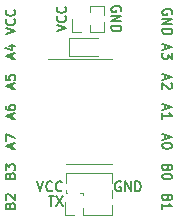
<source format=gto>
G04 #@! TF.GenerationSoftware,KiCad,Pcbnew,(5.1.0-1390-gee00ff9b5)*
G04 #@! TF.CreationDate,2019-07-31T14:47:23-07:00*
G04 #@! TF.ProjectId,attiny1614,61747469-6e79-4313-9631-342e6b696361,rev?*
G04 #@! TF.SameCoordinates,Original*
G04 #@! TF.FileFunction,Legend,Top*
G04 #@! TF.FilePolarity,Positive*
%FSLAX46Y46*%
G04 Gerber Fmt 4.6, Leading zero omitted, Abs format (unit mm)*
G04 Created by KiCad (PCBNEW (5.1.0-1390-gee00ff9b5)) date 2019-07-31 14:47:23*
%MOMM*%
%LPD*%
G04 APERTURE LIST*
%ADD10C,0.152400*%
%ADD11C,0.120000*%
G04 APERTURE END LIST*
D10*
X133248400Y-81422723D02*
X133287104Y-81345314D01*
X133287104Y-81229200D01*
X133248400Y-81113085D01*
X133170990Y-81035676D01*
X133093580Y-80996971D01*
X132938761Y-80958266D01*
X132822647Y-80958266D01*
X132667828Y-80996971D01*
X132590419Y-81035676D01*
X132513009Y-81113085D01*
X132474304Y-81229200D01*
X132474304Y-81306609D01*
X132513009Y-81422723D01*
X132551714Y-81461428D01*
X132822647Y-81461428D01*
X132822647Y-81306609D01*
X132474304Y-81809771D02*
X133287104Y-81809771D01*
X132474304Y-82274228D01*
X133287104Y-82274228D01*
X132474304Y-82661276D02*
X133287104Y-82661276D01*
X133287104Y-82854800D01*
X133248400Y-82970914D01*
X133170990Y-83048323D01*
X133093580Y-83087028D01*
X132938761Y-83125733D01*
X132822647Y-83125733D01*
X132667828Y-83087028D01*
X132590419Y-83048323D01*
X132513009Y-82970914D01*
X132474304Y-82854800D01*
X132474304Y-82661276D01*
X127824895Y-83125733D02*
X128637695Y-82854800D01*
X127824895Y-82583866D01*
X128560285Y-81848476D02*
X128598990Y-81887180D01*
X128637695Y-82003295D01*
X128637695Y-82080704D01*
X128598990Y-82196819D01*
X128521580Y-82274228D01*
X128444171Y-82312933D01*
X128289352Y-82351638D01*
X128173238Y-82351638D01*
X128018419Y-82312933D01*
X127941009Y-82274228D01*
X127863600Y-82196819D01*
X127824895Y-82080704D01*
X127824895Y-82003295D01*
X127863600Y-81887180D01*
X127902304Y-81848476D01*
X128560285Y-81035676D02*
X128598990Y-81074380D01*
X128637695Y-81190495D01*
X128637695Y-81267904D01*
X128598990Y-81384019D01*
X128521580Y-81461428D01*
X128444171Y-81500133D01*
X128289352Y-81538838D01*
X128173238Y-81538838D01*
X128018419Y-81500133D01*
X127941009Y-81461428D01*
X127863600Y-81384019D01*
X127824895Y-81267904D01*
X127824895Y-81190495D01*
X127863600Y-81074380D01*
X127902304Y-81035676D01*
X133238723Y-95859600D02*
X133161314Y-95820895D01*
X133045200Y-95820895D01*
X132929085Y-95859600D01*
X132851676Y-95937009D01*
X132812971Y-96014419D01*
X132774266Y-96169238D01*
X132774266Y-96285352D01*
X132812971Y-96440171D01*
X132851676Y-96517580D01*
X132929085Y-96594990D01*
X133045200Y-96633695D01*
X133122609Y-96633695D01*
X133238723Y-96594990D01*
X133277428Y-96556285D01*
X133277428Y-96285352D01*
X133122609Y-96285352D01*
X133625771Y-96633695D02*
X133625771Y-95820895D01*
X134090228Y-96633695D01*
X134090228Y-95820895D01*
X134477276Y-96633695D02*
X134477276Y-95820895D01*
X134670800Y-95820895D01*
X134786914Y-95859600D01*
X134864323Y-95937009D01*
X134903028Y-96014419D01*
X134941733Y-96169238D01*
X134941733Y-96285352D01*
X134903028Y-96440171D01*
X134864323Y-96517580D01*
X134786914Y-96594990D01*
X134670800Y-96633695D01*
X134477276Y-96633695D01*
X126170266Y-95820895D02*
X126441200Y-96633695D01*
X126712133Y-95820895D01*
X127447523Y-96556285D02*
X127408819Y-96594990D01*
X127292704Y-96633695D01*
X127215295Y-96633695D01*
X127099180Y-96594990D01*
X127021771Y-96517580D01*
X126983066Y-96440171D01*
X126944361Y-96285352D01*
X126944361Y-96169238D01*
X126983066Y-96014419D01*
X127021771Y-95937009D01*
X127099180Y-95859600D01*
X127215295Y-95820895D01*
X127292704Y-95820895D01*
X127408819Y-95859600D01*
X127447523Y-95898304D01*
X128260323Y-96556285D02*
X128221619Y-96594990D01*
X128105504Y-96633695D01*
X128028095Y-96633695D01*
X127911980Y-96594990D01*
X127834571Y-96517580D01*
X127795866Y-96440171D01*
X127757161Y-96285352D01*
X127757161Y-96169238D01*
X127795866Y-96014419D01*
X127834571Y-95937009D01*
X127911980Y-95859600D01*
X128028095Y-95820895D01*
X128105504Y-95820895D01*
X128221619Y-95859600D01*
X128260323Y-95898304D01*
X127142723Y-97090895D02*
X127607180Y-97090895D01*
X127374952Y-97903695D02*
X127374952Y-97090895D01*
X127800704Y-97090895D02*
X128342571Y-97903695D01*
X128342571Y-97090895D02*
X127800704Y-97903695D01*
X137566400Y-81676723D02*
X137605104Y-81599314D01*
X137605104Y-81483200D01*
X137566400Y-81367085D01*
X137488990Y-81289676D01*
X137411580Y-81250971D01*
X137256761Y-81212266D01*
X137140647Y-81212266D01*
X136985828Y-81250971D01*
X136908419Y-81289676D01*
X136831009Y-81367085D01*
X136792304Y-81483200D01*
X136792304Y-81560609D01*
X136831009Y-81676723D01*
X136869714Y-81715428D01*
X137140647Y-81715428D01*
X137140647Y-81560609D01*
X136792304Y-82063771D02*
X137605104Y-82063771D01*
X136792304Y-82528228D01*
X137605104Y-82528228D01*
X136792304Y-82915276D02*
X137605104Y-82915276D01*
X137605104Y-83108800D01*
X137566400Y-83224914D01*
X137488990Y-83302323D01*
X137411580Y-83341028D01*
X137256761Y-83379733D01*
X137140647Y-83379733D01*
X136985828Y-83341028D01*
X136908419Y-83302323D01*
X136831009Y-83224914D01*
X136792304Y-83108800D01*
X136792304Y-82915276D01*
X123506895Y-83379733D02*
X124319695Y-83108800D01*
X123506895Y-82837866D01*
X124242285Y-82102476D02*
X124280990Y-82141180D01*
X124319695Y-82257295D01*
X124319695Y-82334704D01*
X124280990Y-82450819D01*
X124203580Y-82528228D01*
X124126171Y-82566933D01*
X123971352Y-82605638D01*
X123855238Y-82605638D01*
X123700419Y-82566933D01*
X123623009Y-82528228D01*
X123545600Y-82450819D01*
X123506895Y-82334704D01*
X123506895Y-82257295D01*
X123545600Y-82141180D01*
X123584304Y-82102476D01*
X124242285Y-81289676D02*
X124280990Y-81328380D01*
X124319695Y-81444495D01*
X124319695Y-81521904D01*
X124280990Y-81638019D01*
X124203580Y-81715428D01*
X124126171Y-81754133D01*
X123971352Y-81792838D01*
X123855238Y-81792838D01*
X123700419Y-81754133D01*
X123623009Y-81715428D01*
X123545600Y-81638019D01*
X123506895Y-81521904D01*
X123506895Y-81444495D01*
X123545600Y-81328380D01*
X123584304Y-81289676D01*
X123893942Y-97864990D02*
X123932647Y-97748876D01*
X123971352Y-97710171D01*
X124048761Y-97671466D01*
X124164876Y-97671466D01*
X124242285Y-97710171D01*
X124280990Y-97748876D01*
X124319695Y-97826285D01*
X124319695Y-98135923D01*
X123506895Y-98135923D01*
X123506895Y-97864990D01*
X123545600Y-97787580D01*
X123584304Y-97748876D01*
X123661714Y-97710171D01*
X123739123Y-97710171D01*
X123816533Y-97748876D01*
X123855238Y-97787580D01*
X123893942Y-97864990D01*
X123893942Y-98135923D01*
X123584304Y-97361828D02*
X123545600Y-97323123D01*
X123506895Y-97245714D01*
X123506895Y-97052190D01*
X123545600Y-96974780D01*
X123584304Y-96936076D01*
X123661714Y-96897371D01*
X123739123Y-96897371D01*
X123855238Y-96936076D01*
X124319695Y-97400533D01*
X124319695Y-96897371D01*
X123893942Y-95324990D02*
X123932647Y-95208876D01*
X123971352Y-95170171D01*
X124048761Y-95131466D01*
X124164876Y-95131466D01*
X124242285Y-95170171D01*
X124280990Y-95208876D01*
X124319695Y-95286285D01*
X124319695Y-95595923D01*
X123506895Y-95595923D01*
X123506895Y-95324990D01*
X123545600Y-95247580D01*
X123584304Y-95208876D01*
X123661714Y-95170171D01*
X123739123Y-95170171D01*
X123816533Y-95208876D01*
X123855238Y-95247580D01*
X123893942Y-95324990D01*
X123893942Y-95595923D01*
X123506895Y-94860533D02*
X123506895Y-94357371D01*
X123816533Y-94628304D01*
X123816533Y-94512190D01*
X123855238Y-94434780D01*
X123893942Y-94396076D01*
X123971352Y-94357371D01*
X124164876Y-94357371D01*
X124242285Y-94396076D01*
X124280990Y-94434780D01*
X124319695Y-94512190D01*
X124319695Y-94744419D01*
X124280990Y-94821828D01*
X124242285Y-94860533D01*
X124087466Y-93036571D02*
X124087466Y-92649523D01*
X124319695Y-93113980D02*
X123506895Y-92843047D01*
X124319695Y-92572114D01*
X123506895Y-92378590D02*
X123506895Y-91836723D01*
X124319695Y-92185066D01*
X124087466Y-90496571D02*
X124087466Y-90109523D01*
X124319695Y-90573980D02*
X123506895Y-90303047D01*
X124319695Y-90032114D01*
X123506895Y-89412838D02*
X123506895Y-89567657D01*
X123545600Y-89645066D01*
X123584304Y-89683771D01*
X123700419Y-89761180D01*
X123855238Y-89799885D01*
X124164876Y-89799885D01*
X124242285Y-89761180D01*
X124280990Y-89722476D01*
X124319695Y-89645066D01*
X124319695Y-89490247D01*
X124280990Y-89412838D01*
X124242285Y-89374133D01*
X124164876Y-89335428D01*
X123971352Y-89335428D01*
X123893942Y-89374133D01*
X123855238Y-89412838D01*
X123816533Y-89490247D01*
X123816533Y-89645066D01*
X123855238Y-89722476D01*
X123893942Y-89761180D01*
X123971352Y-89799885D01*
X124087466Y-87956571D02*
X124087466Y-87569523D01*
X124319695Y-88033980D02*
X123506895Y-87763047D01*
X124319695Y-87492114D01*
X123506895Y-86834133D02*
X123506895Y-87221180D01*
X123893942Y-87259885D01*
X123855238Y-87221180D01*
X123816533Y-87143771D01*
X123816533Y-86950247D01*
X123855238Y-86872838D01*
X123893942Y-86834133D01*
X123971352Y-86795428D01*
X124164876Y-86795428D01*
X124242285Y-86834133D01*
X124280990Y-86872838D01*
X124319695Y-86950247D01*
X124319695Y-87143771D01*
X124280990Y-87221180D01*
X124242285Y-87259885D01*
X124087466Y-85416571D02*
X124087466Y-85029523D01*
X124319695Y-85493980D02*
X123506895Y-85223047D01*
X124319695Y-84952114D01*
X123777828Y-84332838D02*
X124319695Y-84332838D01*
X123468190Y-84526361D02*
X124048761Y-84719885D01*
X124048761Y-84216723D01*
X137024533Y-84255428D02*
X137024533Y-84642476D01*
X136792304Y-84178019D02*
X137605104Y-84448952D01*
X136792304Y-84719885D01*
X137605104Y-84913409D02*
X137605104Y-85416571D01*
X137295466Y-85145638D01*
X137295466Y-85261752D01*
X137256761Y-85339161D01*
X137218057Y-85377866D01*
X137140647Y-85416571D01*
X136947123Y-85416571D01*
X136869714Y-85377866D01*
X136831009Y-85339161D01*
X136792304Y-85261752D01*
X136792304Y-85029523D01*
X136831009Y-84952114D01*
X136869714Y-84913409D01*
X137024533Y-86795428D02*
X137024533Y-87182476D01*
X136792304Y-86718019D02*
X137605104Y-86988952D01*
X136792304Y-87259885D01*
X137527695Y-87492114D02*
X137566400Y-87530819D01*
X137605104Y-87608228D01*
X137605104Y-87801752D01*
X137566400Y-87879161D01*
X137527695Y-87917866D01*
X137450285Y-87956571D01*
X137372876Y-87956571D01*
X137256761Y-87917866D01*
X136792304Y-87453409D01*
X136792304Y-87956571D01*
X137024533Y-89335428D02*
X137024533Y-89722476D01*
X136792304Y-89258019D02*
X137605104Y-89528952D01*
X136792304Y-89799885D01*
X136792304Y-90496571D02*
X136792304Y-90032114D01*
X136792304Y-90264342D02*
X137605104Y-90264342D01*
X137488990Y-90186933D01*
X137411580Y-90109523D01*
X137372876Y-90032114D01*
X137218057Y-97207009D02*
X137179352Y-97323123D01*
X137140647Y-97361828D01*
X137063238Y-97400533D01*
X136947123Y-97400533D01*
X136869714Y-97361828D01*
X136831009Y-97323123D01*
X136792304Y-97245714D01*
X136792304Y-96936076D01*
X137605104Y-96936076D01*
X137605104Y-97207009D01*
X137566400Y-97284419D01*
X137527695Y-97323123D01*
X137450285Y-97361828D01*
X137372876Y-97361828D01*
X137295466Y-97323123D01*
X137256761Y-97284419D01*
X137218057Y-97207009D01*
X137218057Y-96936076D01*
X136792304Y-98174628D02*
X136792304Y-97710171D01*
X136792304Y-97942400D02*
X137605104Y-97942400D01*
X137488990Y-97864990D01*
X137411580Y-97787580D01*
X137372876Y-97710171D01*
X137218057Y-94667009D02*
X137179352Y-94783123D01*
X137140647Y-94821828D01*
X137063238Y-94860533D01*
X136947123Y-94860533D01*
X136869714Y-94821828D01*
X136831009Y-94783123D01*
X136792304Y-94705714D01*
X136792304Y-94396076D01*
X137605104Y-94396076D01*
X137605104Y-94667009D01*
X137566400Y-94744419D01*
X137527695Y-94783123D01*
X137450285Y-94821828D01*
X137372876Y-94821828D01*
X137295466Y-94783123D01*
X137256761Y-94744419D01*
X137218057Y-94667009D01*
X137218057Y-94396076D01*
X137605104Y-95363695D02*
X137605104Y-95441104D01*
X137566400Y-95518514D01*
X137527695Y-95557219D01*
X137450285Y-95595923D01*
X137295466Y-95634628D01*
X137101942Y-95634628D01*
X136947123Y-95595923D01*
X136869714Y-95557219D01*
X136831009Y-95518514D01*
X136792304Y-95441104D01*
X136792304Y-95363695D01*
X136831009Y-95286285D01*
X136869714Y-95247580D01*
X136947123Y-95208876D01*
X137101942Y-95170171D01*
X137295466Y-95170171D01*
X137450285Y-95208876D01*
X137527695Y-95247580D01*
X137566400Y-95286285D01*
X137605104Y-95363695D01*
X137024533Y-91875428D02*
X137024533Y-92262476D01*
X136792304Y-91798019D02*
X137605104Y-92068952D01*
X136792304Y-92339885D01*
X137605104Y-92765638D02*
X137605104Y-92843047D01*
X137566400Y-92920457D01*
X137527695Y-92959161D01*
X137450285Y-92997866D01*
X137295466Y-93036571D01*
X137101942Y-93036571D01*
X136947123Y-92997866D01*
X136869714Y-92959161D01*
X136831009Y-92920457D01*
X136792304Y-92843047D01*
X136792304Y-92765638D01*
X136831009Y-92688228D01*
X136869714Y-92649523D01*
X136947123Y-92610819D01*
X137101942Y-92572114D01*
X137295466Y-92572114D01*
X137450285Y-92610819D01*
X137527695Y-92649523D01*
X137566400Y-92688228D01*
X137605104Y-92765638D01*
D11*
X131356000Y-83720000D02*
X128896000Y-83720000D01*
X128896000Y-83720000D02*
X128896000Y-85190000D01*
X128896000Y-85190000D02*
X131356000Y-85190000D01*
X130561000Y-94351000D02*
X132511000Y-94351000D01*
X130561000Y-94351000D02*
X128611000Y-94351000D01*
X130561000Y-85481000D02*
X132511000Y-85481000D01*
X130561000Y-85481000D02*
X127111000Y-85481000D01*
X132521000Y-98666000D02*
X132521000Y-97843530D01*
X132521000Y-95958470D02*
X132521000Y-95136000D01*
X132521000Y-97228470D02*
X132521000Y-96573530D01*
X130046000Y-98666000D02*
X132521000Y-98666000D01*
X128591000Y-95136000D02*
X132521000Y-95136000D01*
X130046000Y-98666000D02*
X130046000Y-98099471D01*
X130046000Y-96972529D02*
X130046000Y-96829471D01*
X129992529Y-96776000D02*
X129849471Y-96776000D01*
X128722529Y-96776000D02*
X128591000Y-96776000D01*
X128591000Y-96776000D02*
X128591000Y-96573530D01*
X128591000Y-95958470D02*
X128591000Y-95136000D01*
X129286000Y-98666000D02*
X128526000Y-98666000D01*
X128526000Y-98666000D02*
X128526000Y-97536000D01*
X131871000Y-83152000D02*
X131871000Y-82349530D01*
X131871000Y-81734470D02*
X131871000Y-80932000D01*
X130666000Y-83152000D02*
X131871000Y-83152000D01*
X130666000Y-80932000D02*
X131871000Y-80932000D01*
X130666000Y-83152000D02*
X130666000Y-82605471D01*
X130666000Y-81478529D02*
X130666000Y-80932000D01*
X129906000Y-83152000D02*
X129146000Y-83152000D01*
X129146000Y-83152000D02*
X129146000Y-82042000D01*
M02*

</source>
